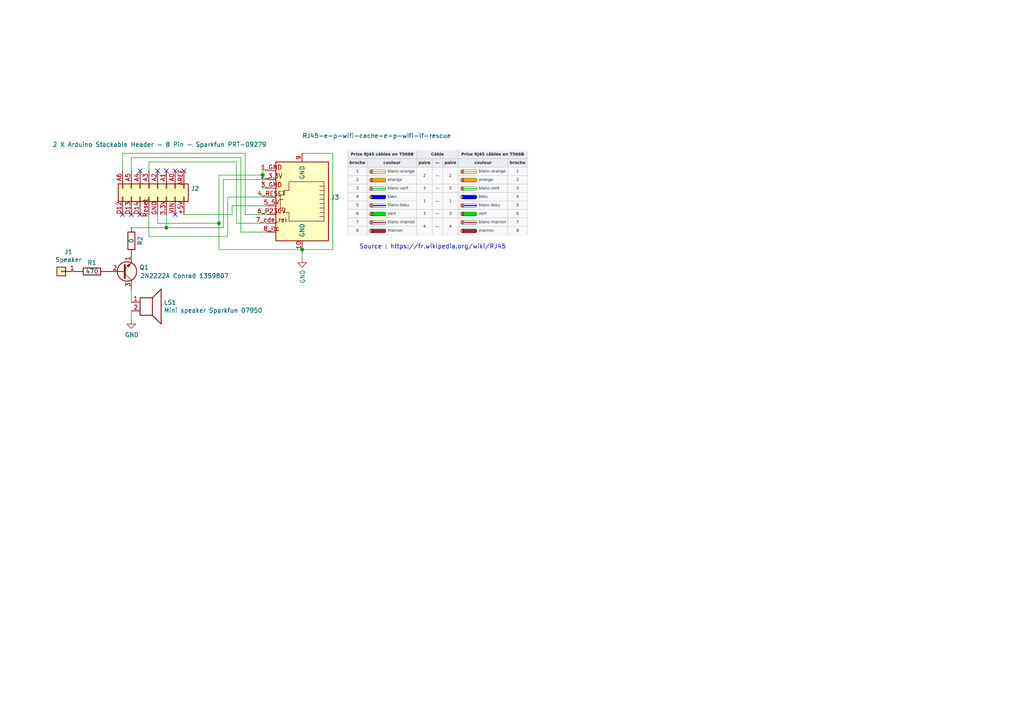
<source format=kicad_sch>
(kicad_sch (version 20211123) (generator eeschema)
  (paper "A4")
  (title_block (title "Liaison filaire entre e-p-wifi et e-r-wifi") (date "2021-11-04") (rev "A") (company "A3C Presqu'île"))
  (lib_symbols
    (symbol "Connector_Generic:Conn_01x01" (pin_names (offset 1.016) hide)
      (property "Reference" "J" (at 0 2.54 0))
      (property "Value" "Connector_Generic_Conn_01x01" (at 0 -2.54 0))
      (symbol "Conn_01x01_1_1"
        (rectangle (start -1.27 0.127) (end 0 -0.127) (stroke (width 0.1524)))
        (rectangle (start -1.27 1.27) (end 1.27 -1.27) (stroke (width 0.254)) (fill (type background)))
        (pin passive line (at -5.08 0 0) (length 3.81) (name "Pin_1") (number "1"))
      )
    )
    (symbol "Device:R" (pin_numbers hide) (pin_names (offset 0))
      (property "Reference" "R" (at 2.032 0 90))
      (property "Value" "Device_R" (at 0 0 90))
      (symbol "R_0_1"
        (rectangle (start -1.016 -2.54) (end 1.016 2.54) (stroke (width 0.254)))
      )
      (symbol "R_1_1"
        (pin passive line (at 0 3.81 270) (length 1.27) (name "~") (number "1"))
        (pin passive line (at 0 -3.81 90) (length 1.27) (name "~") (number "2"))
      )
    )
    (symbol "New_Library:liaison_filaire" (pin_names (offset 1.016) hide)
      (property "Reference" "J" (at 1.27 10.16 0))
      (property "Value" "liaison_filaire" (at 1.27 -12.7 0))
      (symbol "liaison_filaire_1_1"
        (rectangle (start -1.27 -10.033) (end 0 -10.287) (stroke (width 0.1524)))
        (rectangle (start -1.27 -7.493) (end 0 -7.747) (stroke (width 0.1524)))
        (rectangle (start -1.27 -4.953) (end 0 -5.207) (stroke (width 0.1524)))
        (rectangle (start -1.27 -2.413) (end 0 -2.667) (stroke (width 0.1524)))
        (rectangle (start -1.27 0.127) (end 0 -0.127) (stroke (width 0.1524)))
        (rectangle (start -1.27 2.667) (end 0 2.413) (stroke (width 0.1524)))
        (rectangle (start -1.27 5.207) (end 0 4.953) (stroke (width 0.1524)))
        (rectangle (start -1.27 7.747) (end 0 7.493) (stroke (width 0.1524)))
        (rectangle (start -1.27 8.89) (end 3.81 -11.43) (stroke (width 0.254)) (fill (type background)))
        (rectangle (start 3.81 -10.033) (end 2.54 -10.287) (stroke (width 0.1524)))
        (rectangle (start 3.81 -7.493) (end 2.54 -7.747) (stroke (width 0.1524)))
        (rectangle (start 3.81 -4.953) (end 2.54 -5.207) (stroke (width 0.1524)))
        (rectangle (start 3.81 -2.413) (end 2.54 -2.667) (stroke (width 0.1524)))
        (rectangle (start 3.81 0.127) (end 2.54 -0.127) (stroke (width 0.1524)))
        (rectangle (start 3.81 2.667) (end 2.54 2.413) (stroke (width 0.1524)))
        (rectangle (start 3.81 5.207) (end 2.54 4.953) (stroke (width 0.1524)))
        (rectangle (start 3.81 7.747) (end 2.54 7.493) (stroke (width 0.1524)))
        (pin power_out line (at 7.62 7.62 180) (length 3.81) (name "Pin_16") (number "+5V"))
        (pin passive line (at 7.62 2.54 180) (length 3.81) (name "Pin_14") (number "3.3V"))
        (pin passive line (at -5.08 5.08 0) (length 3.81) (name "Pin_2") (number "A0"))
        (pin passive line (at -5.08 2.54 0) (length 3.81) (name "Pin_3") (number "A1"))
        (pin passive line (at -5.08 0 0) (length 3.81) (name "Pin_4") (number "A2"))
        (pin passive line (at -5.08 -2.54 0) (length 3.81) (name "Pin_5") (number "A3"))
        (pin passive line (at -5.08 -5.08 0) (length 3.81) (name "Pin_6") (number "A4"))
        (pin passive line (at -5.08 -7.62 0) (length 3.81) (name "Pin_7") (number "A5"))
        (pin passive line (at -5.08 -10.16 0) (length 3.81) (name "Pin_8") (number "A6"))
        (pin passive line (at -5.08 7.62 0) (length 3.81) (name "Pin_1") (number "AREF"))
        (pin passive line (at 7.62 -10.16 180) (length 3.81) (name "Pin_9") (number "D12"))
        (pin passive line (at 7.62 -7.62 180) (length 3.81) (name "Pin_10") (number "D13"))
        (pin passive line (at 7.62 -5.08 180) (length 3.81) (name "Pin_11") (number "D14"))
        (pin passive line (at 7.62 0 180) (length 3.81) (name "Pin_13") (number "GND"))
        (pin passive line (at 7.62 -2.54 180) (length 3.81) (name "Pin_12") (number "Reset"))
        (pin passive line (at 7.62 5.08 180) (length 3.81) (name "Pin_15") (number "VIN"))
      )
    )
    (symbol "Transistor_BJT:2N2219" (pin_names (offset 0) hide)
      (property "Reference" "Q" (at 5.08 1.905 0))
      (property "Value" "Transistor_BJT_2N2219" (at 5.08 0 0))
      (symbol "2N2219_0_1"
        (polyline (pts (xy 0.635 0.635) (xy 2.54 2.54)))
        (polyline (pts (xy 0.635 -0.635) (xy 2.54 -2.54) (xy 2.54 -2.54)))
        (polyline (pts (xy 0.635 1.905) (xy 0.635 -1.905) (xy 0.635 -1.905)) (stroke (width 0.508)))
        (polyline (pts (xy 1.27 -1.778) (xy 1.778 -1.27) (xy 2.286 -2.286) (xy 1.27 -1.778) (xy 1.27 -1.778)) (fill (type outline)))
        (circle (center 1.27 0) (radius 2.8194) (stroke (width 0.254)))
      )
      (symbol "2N2219_1_1"
        (pin passive line (at 2.54 -5.08 90) (length 2.54) (name "E") (number "1"))
        (pin passive line (at -5.08 0 0) (length 5.715) (name "B") (number "2"))
        (pin passive line (at 2.54 5.08 270) (length 2.54) (name "C") (number "3"))
      )
    )
    (symbol "e-p-wifi-cache:Device_Speaker" (pin_names (offset 0) hide)
      (property "Reference" "LS" (at 1.27 5.715 0))
      (property "Value" "Device_Speaker" (at 1.27 3.81 0))
      (symbol "Device_Speaker_0_0"
        (rectangle (start -2.54 1.27) (end 1.016 -3.81) (stroke (width 0.254)))
        (polyline (pts (xy 1.016 1.27) (xy 3.556 3.81) (xy 3.556 -6.35) (xy 1.016 -3.81)) (stroke (width 0.254)))
      )
      (symbol "Device_Speaker_1_1"
        (pin input line (at -5.08 0 0) (length 2.54) (name "1") (number "1"))
        (pin output line (at -5.08 -2.54 0) (length 2.54) (name "2") (number "2"))
      )
    )
    (symbol "e-p-wifi-lf-rescue:RJ45-e-p-wifi-cache-e-p-wifi-lf-rescue-e-p-wifi-lf-rescue" (pin_names (offset 1.016))
      (property "Reference" "J" (at -5.08 13.97 0))
      (property "Value" "RJ45-e-p-wifi-cache-e-p-wifi-lf-rescue-e-p-wifi-lf-rescue" (at 2.54 13.97 0))
      (symbol "RJ45-e-p-wifi-cache-e-p-wifi-lf-rescue-e-p-wifi-lf-rescue_0_1"
        (polyline (pts (xy -5.08 4.445) (xy -6.35 4.445)))
        (polyline (pts (xy -5.08 5.715) (xy -6.35 5.715)))
        (polyline (pts (xy -6.35 -3.175) (xy -5.08 -3.175) (xy -5.08 -3.175)))
        (polyline (pts (xy -6.35 -1.905) (xy -5.08 -1.905) (xy -5.08 -1.905)))
        (polyline (pts (xy -6.35 -0.635) (xy -5.08 -0.635) (xy -5.08 -0.635)))
        (polyline (pts (xy -6.35 0.635) (xy -5.08 0.635) (xy -5.08 0.635)))
        (polyline (pts (xy -6.35 1.905) (xy -5.08 1.905) (xy -5.08 1.905)))
        (polyline (pts (xy -5.08 3.175) (xy -6.35 3.175) (xy -6.35 3.175)))
        (polyline (pts (xy -6.35 -4.445) (xy -6.35 6.985) (xy 3.81 6.985) (xy 3.81 4.445) (xy 5.08 4.445) (xy 5.08 3.175) (xy 6.35 3.175) (xy 6.35 -0.635) (xy 5.08 -0.635) (xy 5.08 -1.905) (xy 3.81 -1.905) (xy 3.81 -4.445) (xy -6.35 -4.445) (xy -6.35 -4.445)))
        (rectangle (start 7.62 12.7) (end -7.62 -10.16) (stroke (width 0.254)) (fill (type background)))
      )
      (symbol "RJ45-e-p-wifi-cache-e-p-wifi-lf-rescue-e-p-wifi-lf-rescue_1_1"
        (pin passive line (at 0 15.24 270) (length 2.54) (name "GND") (number "10"))
        (pin passive line (at 10.16 -7.62 180) (length 2.54) (name "~") (number "1_GND"))
        (pin passive line (at 10.16 -5.08 180) (length 2.54) (name "~") (number "2_3.3V"))
        (pin passive line (at 10.16 -2.54 180) (length 2.54) (name "~") (number "3_GND"))
        (pin passive line (at 10.16 0 180) (length 2.54) (name "_") (number "4_RESET"))
        (pin passive line (at 10.16 2.54 180) (length 2.54) (name "~") (number "5_5V"))
        (pin passive line (at 10.16 5.08 180) (length 2.54) (name "~") (number "6_P230V"))
        (pin passive line (at 10.16 7.62 180) (length 2.54) (name "~") (number "7_cde_rel"))
        (pin passive line (at 10.16 10.16 180) (length 2.54) (name "~") (number "8_itc"))
        (pin passive line (at 0 -12.7 90) (length 2.54) (name "GND") (number "9"))
      )
    )
    (symbol "power:GND" (power) (pin_names (offset 0))
      (property "Value" "power_GND" (at 0 -3.81 0))
      (symbol "GND_0_1"
        (polyline (pts (xy 0 0) (xy 0 -1.27) (xy 1.27 -1.27) (xy 0 -2.54) (xy -1.27 -1.27) (xy 0 -1.27)))
      )
      (symbol "GND_1_1"
        (pin power_in line (at 0 0 270) (length 0) hide (name "GND") (number "1"))
      )
    )
  )
  (junction (at 63.5 64.77))
  (junction (at 48.26 66.04))
  (junction (at 87.63 72.39))
  (junction (at 76.2 50.8))
  (no_connect (at 45.72 49.53))
  (no_connect (at 48.26 49.53))
  (no_connect (at 40.64 62.23))
  (no_connect (at 50.8 49.53))
  (no_connect (at 40.64 49.53))
  (no_connect (at 53.34 49.53))
  (no_connect (at 35.56 62.23))
  (no_connect (at 38.1 62.23))
  (no_connect (at 50.8 62.23))
  (wire (pts (xy 96.52 44.45) (xy 87.63 44.45)))
  (wire (pts (xy 63.5 72.39) (xy 87.63 72.39)))
  (wire (pts (xy 43.18 49.53) (xy 43.18 46.99)))
  (wire (pts (xy 63.5 64.77) (xy 63.5 50.8)))
  (wire (pts (xy 64.77 52.07) (xy 64.77 66.04)))
  (wire (pts (xy 71.12 62.23) (xy 71.12 44.45)))
  (wire (pts (xy 69.85 67.31) (xy 77.47 67.31)))
  (wire (pts (xy 38.1 45.72) (xy 69.85 45.72)))
  (wire (pts (xy 48.26 62.23) (xy 48.26 66.04)))
  (wire (pts (xy 96.52 44.45) (xy 96.52 72.39)))
  (wire (pts (xy 63.5 50.8) (xy 76.2 50.8)))
  (wire (pts (xy 43.18 46.99) (xy 68.58 46.99)))
  (wire (pts (xy 68.58 64.77) (xy 77.47 64.77)))
  (wire (pts (xy 45.72 62.23) (xy 45.72 64.77)))
  (wire (pts (xy 38.1 92.71) (xy 38.1 90.17)))
  (wire (pts (xy 76.2 54.61) (xy 76.2 50.8)))
  (wire (pts (xy 77.47 54.61) (xy 76.2 54.61)))
  (wire (pts (xy 63.5 72.39) (xy 63.5 64.77)))
  (wire (pts (xy 45.72 64.77) (xy 63.5 64.77)))
  (wire (pts (xy 38.1 45.72) (xy 38.1 49.53)))
  (wire (pts (xy 35.56 49.53) (xy 35.56 44.45)))
  (wire (pts (xy 87.63 74.93) (xy 87.63 72.39)))
  (wire (pts (xy 66.04 68.58) (xy 43.18 68.58)))
  (wire (pts (xy 69.85 45.72) (xy 69.85 67.31)))
  (wire (pts (xy 77.47 52.07) (xy 64.77 52.07)))
  (wire (pts (xy 53.34 62.23) (xy 67.31 62.23)))
  (wire (pts (xy 67.31 62.23) (xy 67.31 59.69)))
  (wire (pts (xy 38.1 83.82) (xy 38.1 87.63)))
  (wire (pts (xy 68.58 46.99) (xy 68.58 64.77)))
  (wire (pts (xy 76.2 49.53) (xy 77.47 49.53)))
  (wire (pts (xy 67.31 59.69) (xy 77.47 59.69)))
  (wire (pts (xy 66.04 57.15) (xy 66.04 68.58)))
  (wire (pts (xy 77.47 62.23) (xy 71.12 62.23)))
  (wire (pts (xy 77.47 57.15) (xy 66.04 57.15)))
  (wire (pts (xy 71.12 44.45) (xy 35.56 44.45)))
  (wire (pts (xy 87.63 72.39) (xy 96.52 72.39)))
  (wire (pts (xy 38.1 66.04) (xy 48.26 66.04)))
  (wire (pts (xy 64.77 66.04) (xy 48.26 66.04)))
  (wire (pts (xy 43.18 68.58) (xy 43.18 62.23)))
  (wire (pts (xy 76.2 50.8) (xy 76.2 49.53)))
  (image (at 127 55.88))
  (text "Source : https://fr.wikipedia.org/wiki/RJ45" (at 104.14 72.39 0) (effects (font (size 1.27 1.27)) (justify left bottom)))
  (symbol (lib_id "Transistor_BJT:2N2219") (at 35.56 78.74 0) (mirror x) (unit 1)
    (property "Reference" "Q1" (at 40.4114 77.5716 0) (effects (justify left)))
    (property "Value" " 2N2222A Conrad 1359807" (at 40.64 80.01 0) (effects (justify left)))
    (property "Footprint" "Package_TO_SOT_THT:TO-18-3" (effects hide))
    (property "Datasheet" "http://www.onsemi.com/pub_link/Collateral/2N2219-D.PDF" (effects hide))
  )
  (symbol (lib_id "power:GND") (at 38.1 92.71 0) (unit 1)
    (property "Reference" "#PWR01" (effects hide))
    (property "Value" "GND" (at 38.227 97.1042 0))
  )
  (symbol (lib_id "Device:R") (at 26.67 78.74 270) (unit 1)
    (property "Reference" "R1" (at 26.67 76.2 90))
    (property "Value" "470" (at 26.67 78.74 90))
    (property "Footprint" "Resistor_THT:R_Axial_DIN0204_L3.6mm_D1.6mm_P5.08mm_Horizontal" (effects hide))
  )
  (symbol (lib_id "Connector_Generic:Conn_01x01") (at 17.78 78.74 180) (unit 1)
    (property "Reference" "J1" (at 19.8628 73.025 0))
    (property "Value" "Speaker" (at 19.8628 75.3364 0))
    (property "Footprint" "e-p-wifi-lf:pastille" (effects hide))
  )
  (symbol (lib_id "power:GND") (at 87.63 74.93 0) (unit 1)
    (property "Reference" "#PWR02" (effects hide))
    (property "Value" "GND" (at 87.757 78.1812 90) (effects (justify right)))
  )
  (symbol (lib_id "Device:R") (at 38.1 69.85 180) (unit 1)
    (property "Reference" "R2" (at 40.64 69.85 90))
    (property "Value" "0" (at 38.1 69.85 90))
    (property "Footprint" "Resistor_THT:R_Axial_DIN0204_L3.6mm_D1.6mm_P5.08mm_Horizontal" (effects hide))
  )
  (symbol (lib_id "New_Library:liaison_filaire") (at 45.72 54.61 270) (unit 1)
    (property "Reference" "J2" (at 55.372 54.7116 90) (effects (justify left)))
    (property "Value" "2 X Arduino Stackable Header - 8 Pin - Sparkfun PRT-09279" (at 15.24 41.91 90) (effects (justify left)))
    (property "Footprint" "e-p-wifi-lf:PinHeader_2x08" (effects hide))
    (property "Datasheet" "https://cdn.sparkfun.com/datasheets/Prototyping/SP-140520-XX-001.pdf" (effects hide))
  )
  (symbol (lib_id "e-p-wifi-cache:Device_Speaker") (at 43.18 87.63 0) (unit 1)
    (property "Reference" "LS1" (at 47.498 87.7316 0) (effects (justify left)))
    (property "Value" "Mini speaker Sparkfun 07950" (at 47.498 90.043 0) (effects (justify left)))
    (property "Footprint" "e-p-wifi:mini_speaker" (effects hide))
    (property "Datasheet" "http://cdn.sparkfun.com/datasheets/Components/General/cem-1203-42-.pdf" (effects hide))
  )
  (symbol (lib_id "e-p-wifi-lf-rescue:RJ45-e-p-wifi-cache-e-p-wifi-lf-rescue-e-p-wifi-lf-rescue") (at 87.63 57.15 180) (unit 1)
    (property "Reference" "J3" (at 96.012 57.2516 0) (effects (justify right)))
    (property "Value" "RJ45-e-p-wifi-cache-e-p-wifi-lf-rescue" (at 87.63 39.37 0) (effects (justify right)))
  )
)
</source>
